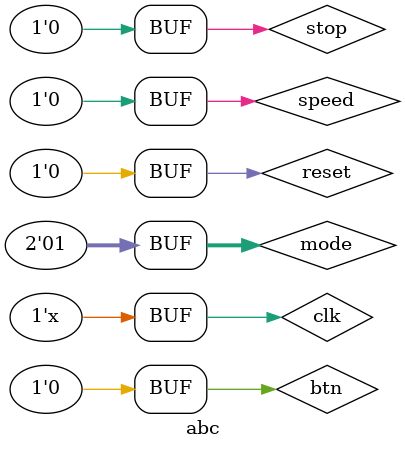
<source format=v>
`timescale 1ns / 1ps


module abc;

	// Inputs
	reg clk;
	reg reset;
	reg btn;
	reg stop;
	reg speed;
	reg [1:0] mode;

	// Outputs
	wire lcd_rs;
	wire lcd_rw;
	wire lcd_e;
	wire lcd_4;
	wire lcd_5;
	wire lcd_6;
	wire lcd_7;
	wire [3:0] ONES;
	wire [3:0] TENS;
	wire [1:0] HUNDREDS;
	wire [7:0] q;
	wire [7:0] LED;

	// Instantiate the Unit Under Test (UUT)
	modultop uut (
		.clk(clk), 
		.reset(reset), 
		.btn(btn), 
		.stop(stop), 
		.speed(speed), 
		.mode(mode), 
		.lcd_rs(lcd_rs), 
		.lcd_rw(lcd_rw), 
		.lcd_e(lcd_e), 
		.lcd_4(lcd_4), 
		.lcd_5(lcd_5), 
		.lcd_6(lcd_6), 
		.lcd_7(lcd_7), 
		.ONES(ONES), 
		.TENS(TENS), 
		.HUNDREDS(HUNDREDS), 
		.q(q),
		.LED(LED)
	);

	initial begin
		// Initialize Inputs
		clk = 0;
		reset = 0;
		btn = 0;
		stop = 0;
		speed = 0;
		mode = 0;

		// Wait 100 ns for global reset to finish
		#100;
		mode=1;
		#1000;
		btn=1;
		#8;
		btn=0;
		#8;
      btn=1;
		#8;
		btn=0;
		#8;btn=1;
		#8;
		btn=0;
		#8;btn=1;
		#8;
		btn=0;
		#8;btn=1;
		#8;
		btn=0;
		#8;btn=1;
		#8;
		btn=0;
		#8;btn=1;
		#8;
		btn=0;
		#8;btn=1;
		#8;
		btn=0;
		#8;btn=1;
		#8;
		btn=0;
		#8;btn=1;
		#8;
		btn=0;
		#8;btn=1;
		#8;
		btn=0;
		#8;btn=1;
		#8;
		btn=0;
		#8;btn=1;
		#8;
		btn=0;
		#8;btn=1;
		#8;
		btn=0;
		#8;  
		// Add stimulus here

	end
	always begin
	clk=~clk;
	#10;
	end
      
endmodule


</source>
